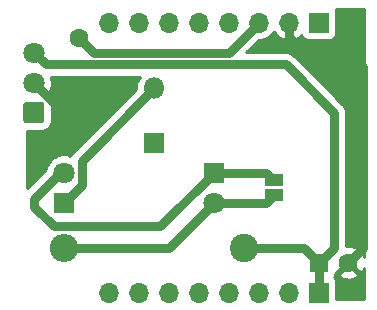
<source format=gbr>
%TF.GenerationSoftware,KiCad,Pcbnew,(5.1.7)-1*%
%TF.CreationDate,2020-12-03T17:13:14+01:00*%
%TF.ProjectId,RcOid,52634f69-642e-46b6-9963-61645f706362,1*%
%TF.SameCoordinates,Original*%
%TF.FileFunction,Copper,L1,Top*%
%TF.FilePolarity,Positive*%
%FSLAX46Y46*%
G04 Gerber Fmt 4.6, Leading zero omitted, Abs format (unit mm)*
G04 Created by KiCad (PCBNEW (5.1.7)-1) date 2020-12-03 17:13:14*
%MOMM*%
%LPD*%
G01*
G04 APERTURE LIST*
%TA.AperFunction,ComponentPad*%
%ADD10O,1.800000X1.800000*%
%TD*%
%TA.AperFunction,ComponentPad*%
%ADD11R,1.800000X1.800000*%
%TD*%
%TA.AperFunction,SMDPad,CuDef*%
%ADD12R,1.500000X1.000000*%
%TD*%
%TA.AperFunction,ComponentPad*%
%ADD13C,1.800000*%
%TD*%
%TA.AperFunction,ComponentPad*%
%ADD14R,1.600000X1.600000*%
%TD*%
%TA.AperFunction,ComponentPad*%
%ADD15C,1.600000*%
%TD*%
%TA.AperFunction,ComponentPad*%
%ADD16R,1.700000X1.700000*%
%TD*%
%TA.AperFunction,ComponentPad*%
%ADD17O,1.700000X1.700000*%
%TD*%
%TA.AperFunction,ComponentPad*%
%ADD18C,2.400000*%
%TD*%
%TA.AperFunction,ComponentPad*%
%ADD19O,2.400000X2.400000*%
%TD*%
%TA.AperFunction,ViaPad*%
%ADD20C,1.600000*%
%TD*%
%TA.AperFunction,Conductor*%
%ADD21C,0.800000*%
%TD*%
%TA.AperFunction,Conductor*%
%ADD22C,0.254000*%
%TD*%
%TA.AperFunction,Conductor*%
%ADD23C,0.100000*%
%TD*%
G04 APERTURE END LIST*
D10*
%TO.P,Q1,2*%
%TO.N,Net-(D1-Pad1)*%
X134620000Y-99560000D03*
D11*
%TO.P,Q1,1*%
%TO.N,Net-(J1-Pad4)*%
X134620000Y-104140000D03*
%TD*%
D12*
%TO.P,JP1,1*%
%TO.N,Net-(D2-Pad2)*%
X144780000Y-108600000D03*
%TO.P,JP1,2*%
%TO.N,Net-(D1-Pad2)*%
X144780000Y-107300000D03*
%TD*%
D13*
%TO.P,D2,2*%
%TO.N,Net-(D2-Pad2)*%
X139700000Y-109220000D03*
D11*
%TO.P,D2,1*%
%TO.N,Net-(D1-Pad2)*%
X139700000Y-106680000D03*
%TD*%
D13*
%TO.P,D1,2*%
%TO.N,Net-(D1-Pad2)*%
X127000000Y-106680000D03*
D11*
%TO.P,D1,1*%
%TO.N,Net-(D1-Pad1)*%
X127000000Y-109220000D03*
%TD*%
D14*
%TO.P,C1,1*%
%TO.N,+3V3*%
X148590000Y-114300000D03*
D15*
%TO.P,C1,2*%
%TO.N,GND*%
X151090000Y-114300000D03*
%TD*%
D16*
%TO.P,J1,1*%
%TO.N,Net-(J1-Pad1)*%
X148590000Y-93980000D03*
D17*
%TO.P,J1,2*%
%TO.N,GND*%
X146050000Y-93980000D03*
%TO.P,J1,3*%
%TO.N,Net-(J1-Pad3)*%
X143510000Y-93980000D03*
%TO.P,J1,4*%
%TO.N,Net-(J1-Pad4)*%
X140970000Y-93980000D03*
%TO.P,J1,5*%
%TO.N,Net-(J1-Pad5)*%
X138430000Y-93980000D03*
%TO.P,J1,6*%
%TO.N,Net-(J1-Pad6)*%
X135890000Y-93980000D03*
%TO.P,J1,7*%
%TO.N,Net-(J1-Pad7)*%
X133350000Y-93980000D03*
%TO.P,J1,8*%
%TO.N,Net-(J1-Pad8)*%
X130810000Y-93980000D03*
%TD*%
%TO.P,J2,8*%
%TO.N,Net-(J2-Pad8)*%
X130810000Y-116840000D03*
%TO.P,J2,7*%
%TO.N,Net-(J2-Pad7)*%
X133350000Y-116840000D03*
%TO.P,J2,6*%
%TO.N,Net-(J2-Pad6)*%
X135890000Y-116840000D03*
%TO.P,J2,5*%
%TO.N,Net-(J2-Pad5)*%
X138430000Y-116840000D03*
%TO.P,J2,4*%
%TO.N,Net-(J2-Pad4)*%
X140970000Y-116840000D03*
%TO.P,J2,3*%
%TO.N,Net-(J2-Pad3)*%
X143510000Y-116840000D03*
%TO.P,J2,2*%
%TO.N,Net-(J2-Pad2)*%
X146050000Y-116840000D03*
D16*
%TO.P,J2,1*%
%TO.N,+3V3*%
X148590000Y-116840000D03*
%TD*%
D18*
%TO.P,R1,1*%
%TO.N,+3V3*%
X142240000Y-113030000D03*
D19*
%TO.P,R1,2*%
%TO.N,Net-(D2-Pad2)*%
X127000000Y-113030000D03*
%TD*%
%TO.P,U1,1*%
%TO.N,Net-(J1-Pad3)*%
%TA.AperFunction,ComponentPad*%
G36*
G01*
X125109800Y-102500000D02*
X123810200Y-102500000D01*
G75*
G02*
X123560000Y-102249800I0J250200D01*
G01*
X123560000Y-100950200D01*
G75*
G02*
X123810200Y-100700000I250200J0D01*
G01*
X125109800Y-100700000D01*
G75*
G02*
X125360000Y-100950200I0J-250200D01*
G01*
X125360000Y-102249800D01*
G75*
G02*
X125109800Y-102500000I-250200J0D01*
G01*
G37*
%TD.AperFunction*%
D13*
%TO.P,U1,2*%
%TO.N,GND*%
X124460000Y-99060000D03*
%TO.P,U1,3*%
%TO.N,+3V3*%
X124460000Y-96520000D03*
%TD*%
D20*
%TO.N,GND*%
X128270000Y-102870000D03*
%TO.N,Net-(J1-Pad3)*%
X128270000Y-95250000D03*
%TD*%
D21*
%TO.N,+3V3*%
X147320000Y-113030000D02*
X148590000Y-114300000D01*
X142240000Y-113030000D02*
X147320000Y-113030000D01*
X148590000Y-114300000D02*
X148590000Y-116840000D01*
X149860000Y-113030000D02*
X148590000Y-114300000D01*
X145780010Y-97520010D02*
X149860000Y-101600000D01*
X125460010Y-97520010D02*
X145780010Y-97520010D01*
X149860000Y-101600000D02*
X149860000Y-113030000D01*
X124460000Y-96520000D02*
X125460010Y-97520010D01*
%TO.N,GND*%
X146050000Y-95182081D02*
X147387919Y-96520000D01*
X146050000Y-93980000D02*
X146050000Y-95182081D01*
X147387919Y-96520000D02*
X151130000Y-96520000D01*
X151130000Y-96520000D02*
X152360000Y-97750000D01*
X152360000Y-113030000D02*
X151090000Y-114300000D01*
X152360000Y-97750000D02*
X152360000Y-113030000D01*
X128270000Y-102870000D02*
X124460000Y-99060000D01*
%TO.N,Net-(D1-Pad1)*%
X127000000Y-109220000D02*
X127000000Y-108921248D01*
X128500001Y-105679999D02*
X134620000Y-99560000D01*
X128500001Y-107719999D02*
X128500001Y-105679999D01*
X127000000Y-109220000D02*
X128500001Y-107719999D01*
%TO.N,Net-(D1-Pad2)*%
X144160000Y-106680000D02*
X144780000Y-107300000D01*
X139700000Y-106680000D02*
X144160000Y-106680000D01*
X126129997Y-111229999D02*
X124460000Y-109560002D01*
X135150001Y-111229999D02*
X126129997Y-111229999D01*
X139700000Y-106680000D02*
X135150001Y-111229999D01*
X126659998Y-106680000D02*
X127000000Y-106680000D01*
X124460000Y-108879998D02*
X126659998Y-106680000D01*
X124460000Y-109560002D02*
X124460000Y-108879998D01*
%TO.N,Net-(J1-Pad3)*%
X143510000Y-93980000D02*
X140970000Y-96520000D01*
X140970000Y-96520000D02*
X129540000Y-96520000D01*
X129540000Y-96520000D02*
X128270000Y-95250000D01*
%TO.N,Net-(D2-Pad2)*%
X135890000Y-113030000D02*
X139700000Y-109220000D01*
X127000000Y-113030000D02*
X135890000Y-113030000D01*
X144160000Y-109220000D02*
X144780000Y-108600000D01*
X139700000Y-109220000D02*
X144160000Y-109220000D01*
%TD*%
D22*
%TO.N,GND*%
X152455000Y-113855392D02*
X152393603Y-113683708D01*
X152326671Y-113558486D01*
X152082702Y-113486903D01*
X151269605Y-114300000D01*
X152082702Y-115113097D01*
X152326671Y-115041514D01*
X152447571Y-114786004D01*
X152455000Y-114756366D01*
X152455000Y-117375000D01*
X150078072Y-117375000D01*
X150078072Y-115990000D01*
X150065812Y-115865518D01*
X150029502Y-115745820D01*
X149970537Y-115635506D01*
X149891185Y-115538815D01*
X149867374Y-115519274D01*
X149920537Y-115454494D01*
X149979502Y-115344180D01*
X149995117Y-115292702D01*
X150276903Y-115292702D01*
X150348486Y-115536671D01*
X150603996Y-115657571D01*
X150878184Y-115726300D01*
X151160512Y-115740217D01*
X151440130Y-115698787D01*
X151706292Y-115603603D01*
X151831514Y-115536671D01*
X151903097Y-115292702D01*
X151090000Y-114479605D01*
X150276903Y-115292702D01*
X149995117Y-115292702D01*
X150015812Y-115224482D01*
X150028072Y-115100000D01*
X150028072Y-115092785D01*
X150097298Y-115113097D01*
X150910395Y-114300000D01*
X150896253Y-114285858D01*
X151075858Y-114106253D01*
X151090000Y-114120395D01*
X151903097Y-113307298D01*
X151831514Y-113063329D01*
X151576004Y-112942429D01*
X151301816Y-112873700D01*
X151019488Y-112859783D01*
X150895000Y-112878228D01*
X150895000Y-101650827D01*
X150900006Y-101599999D01*
X150895000Y-101549171D01*
X150895000Y-101549162D01*
X150880024Y-101397105D01*
X150820841Y-101202007D01*
X150732115Y-101036011D01*
X150724734Y-101022202D01*
X150627803Y-100904092D01*
X150595396Y-100864604D01*
X150555908Y-100832197D01*
X146547817Y-96824107D01*
X146515406Y-96784614D01*
X146357807Y-96655276D01*
X146178003Y-96559169D01*
X145982905Y-96499986D01*
X145830848Y-96485010D01*
X145830838Y-96485010D01*
X145780010Y-96480004D01*
X145729182Y-96485010D01*
X142468700Y-96485010D01*
X143488711Y-95465000D01*
X143656260Y-95465000D01*
X143943158Y-95407932D01*
X144213411Y-95295990D01*
X144456632Y-95133475D01*
X144663475Y-94926632D01*
X144785195Y-94744466D01*
X144854822Y-94861355D01*
X145049731Y-95077588D01*
X145283080Y-95251641D01*
X145545901Y-95376825D01*
X145693110Y-95421476D01*
X145923000Y-95300155D01*
X145923000Y-94107000D01*
X145903000Y-94107000D01*
X145903000Y-93853000D01*
X145923000Y-93853000D01*
X145923000Y-93833000D01*
X146177000Y-93833000D01*
X146177000Y-93853000D01*
X146197000Y-93853000D01*
X146197000Y-94107000D01*
X146177000Y-94107000D01*
X146177000Y-95300155D01*
X146406890Y-95421476D01*
X146554099Y-95376825D01*
X146816920Y-95251641D01*
X147050269Y-95077588D01*
X147126034Y-94993534D01*
X147150498Y-95074180D01*
X147209463Y-95184494D01*
X147288815Y-95281185D01*
X147385506Y-95360537D01*
X147495820Y-95419502D01*
X147615518Y-95455812D01*
X147740000Y-95468072D01*
X149440000Y-95468072D01*
X149564482Y-95455812D01*
X149684180Y-95419502D01*
X149794494Y-95360537D01*
X149891185Y-95281185D01*
X149970537Y-95184494D01*
X150029502Y-95074180D01*
X150065812Y-94954482D01*
X150078072Y-94830000D01*
X150078072Y-93130000D01*
X150065812Y-93005518D01*
X150029502Y-92885820D01*
X150007683Y-92845001D01*
X152455001Y-92845001D01*
X152455000Y-113855392D01*
%TA.AperFunction,Conductor*%
D23*
G36*
X152455000Y-113855392D02*
G01*
X152393603Y-113683708D01*
X152326671Y-113558486D01*
X152082702Y-113486903D01*
X151269605Y-114300000D01*
X152082702Y-115113097D01*
X152326671Y-115041514D01*
X152447571Y-114786004D01*
X152455000Y-114756366D01*
X152455000Y-117375000D01*
X150078072Y-117375000D01*
X150078072Y-115990000D01*
X150065812Y-115865518D01*
X150029502Y-115745820D01*
X149970537Y-115635506D01*
X149891185Y-115538815D01*
X149867374Y-115519274D01*
X149920537Y-115454494D01*
X149979502Y-115344180D01*
X149995117Y-115292702D01*
X150276903Y-115292702D01*
X150348486Y-115536671D01*
X150603996Y-115657571D01*
X150878184Y-115726300D01*
X151160512Y-115740217D01*
X151440130Y-115698787D01*
X151706292Y-115603603D01*
X151831514Y-115536671D01*
X151903097Y-115292702D01*
X151090000Y-114479605D01*
X150276903Y-115292702D01*
X149995117Y-115292702D01*
X150015812Y-115224482D01*
X150028072Y-115100000D01*
X150028072Y-115092785D01*
X150097298Y-115113097D01*
X150910395Y-114300000D01*
X150896253Y-114285858D01*
X151075858Y-114106253D01*
X151090000Y-114120395D01*
X151903097Y-113307298D01*
X151831514Y-113063329D01*
X151576004Y-112942429D01*
X151301816Y-112873700D01*
X151019488Y-112859783D01*
X150895000Y-112878228D01*
X150895000Y-101650827D01*
X150900006Y-101599999D01*
X150895000Y-101549171D01*
X150895000Y-101549162D01*
X150880024Y-101397105D01*
X150820841Y-101202007D01*
X150732115Y-101036011D01*
X150724734Y-101022202D01*
X150627803Y-100904092D01*
X150595396Y-100864604D01*
X150555908Y-100832197D01*
X146547817Y-96824107D01*
X146515406Y-96784614D01*
X146357807Y-96655276D01*
X146178003Y-96559169D01*
X145982905Y-96499986D01*
X145830848Y-96485010D01*
X145830838Y-96485010D01*
X145780010Y-96480004D01*
X145729182Y-96485010D01*
X142468700Y-96485010D01*
X143488711Y-95465000D01*
X143656260Y-95465000D01*
X143943158Y-95407932D01*
X144213411Y-95295990D01*
X144456632Y-95133475D01*
X144663475Y-94926632D01*
X144785195Y-94744466D01*
X144854822Y-94861355D01*
X145049731Y-95077588D01*
X145283080Y-95251641D01*
X145545901Y-95376825D01*
X145693110Y-95421476D01*
X145923000Y-95300155D01*
X145923000Y-94107000D01*
X145903000Y-94107000D01*
X145903000Y-93853000D01*
X145923000Y-93853000D01*
X145923000Y-93833000D01*
X146177000Y-93833000D01*
X146177000Y-93853000D01*
X146197000Y-93853000D01*
X146197000Y-94107000D01*
X146177000Y-94107000D01*
X146177000Y-95300155D01*
X146406890Y-95421476D01*
X146554099Y-95376825D01*
X146816920Y-95251641D01*
X147050269Y-95077588D01*
X147126034Y-94993534D01*
X147150498Y-95074180D01*
X147209463Y-95184494D01*
X147288815Y-95281185D01*
X147385506Y-95360537D01*
X147495820Y-95419502D01*
X147615518Y-95455812D01*
X147740000Y-95468072D01*
X149440000Y-95468072D01*
X149564482Y-95455812D01*
X149684180Y-95419502D01*
X149794494Y-95360537D01*
X149891185Y-95281185D01*
X149970537Y-95184494D01*
X150029502Y-95074180D01*
X150065812Y-94954482D01*
X150078072Y-94830000D01*
X150078072Y-93130000D01*
X150065812Y-93005518D01*
X150029502Y-92885820D01*
X150007683Y-92845001D01*
X152455001Y-92845001D01*
X152455000Y-113855392D01*
G37*
%TD.AperFunction*%
D22*
X133427688Y-98581495D02*
X133259701Y-98832905D01*
X133143989Y-99112257D01*
X133085000Y-99408816D01*
X133085000Y-99631289D01*
X127804094Y-104912196D01*
X127764606Y-104944603D01*
X127732199Y-104984091D01*
X127732198Y-104984092D01*
X127635267Y-105102202D01*
X127556731Y-105249134D01*
X127447743Y-105203989D01*
X127151184Y-105145000D01*
X126848816Y-105145000D01*
X126552257Y-105203989D01*
X126272905Y-105319701D01*
X126021495Y-105487688D01*
X125807688Y-105701495D01*
X125639701Y-105952905D01*
X125523989Y-106232257D01*
X125494183Y-106382105D01*
X123925000Y-107951288D01*
X123925000Y-103138072D01*
X125109800Y-103138072D01*
X125283093Y-103121004D01*
X125449727Y-103070456D01*
X125603297Y-102988371D01*
X125737903Y-102877903D01*
X125848371Y-102743297D01*
X125930456Y-102589727D01*
X125981004Y-102423093D01*
X125998072Y-102249800D01*
X125998072Y-100950200D01*
X125981004Y-100776907D01*
X125930456Y-100610273D01*
X125848371Y-100456703D01*
X125737903Y-100322097D01*
X125603297Y-100211629D01*
X125449727Y-100129544D01*
X125306488Y-100086093D01*
X124460000Y-99239605D01*
X124445858Y-99253748D01*
X124266253Y-99074143D01*
X124280395Y-99060000D01*
X124266253Y-99045858D01*
X124445858Y-98866253D01*
X124460000Y-98880395D01*
X124474143Y-98866253D01*
X124653748Y-99045858D01*
X124639605Y-99060000D01*
X125524080Y-99944475D01*
X125778261Y-99860792D01*
X125909158Y-99588225D01*
X125984365Y-99295358D01*
X126000991Y-98993447D01*
X125958397Y-98694093D01*
X125909561Y-98555010D01*
X133454173Y-98555010D01*
X133427688Y-98581495D01*
%TA.AperFunction,Conductor*%
D23*
G36*
X133427688Y-98581495D02*
G01*
X133259701Y-98832905D01*
X133143989Y-99112257D01*
X133085000Y-99408816D01*
X133085000Y-99631289D01*
X127804094Y-104912196D01*
X127764606Y-104944603D01*
X127732199Y-104984091D01*
X127732198Y-104984092D01*
X127635267Y-105102202D01*
X127556731Y-105249134D01*
X127447743Y-105203989D01*
X127151184Y-105145000D01*
X126848816Y-105145000D01*
X126552257Y-105203989D01*
X126272905Y-105319701D01*
X126021495Y-105487688D01*
X125807688Y-105701495D01*
X125639701Y-105952905D01*
X125523989Y-106232257D01*
X125494183Y-106382105D01*
X123925000Y-107951288D01*
X123925000Y-103138072D01*
X125109800Y-103138072D01*
X125283093Y-103121004D01*
X125449727Y-103070456D01*
X125603297Y-102988371D01*
X125737903Y-102877903D01*
X125848371Y-102743297D01*
X125930456Y-102589727D01*
X125981004Y-102423093D01*
X125998072Y-102249800D01*
X125998072Y-100950200D01*
X125981004Y-100776907D01*
X125930456Y-100610273D01*
X125848371Y-100456703D01*
X125737903Y-100322097D01*
X125603297Y-100211629D01*
X125449727Y-100129544D01*
X125306488Y-100086093D01*
X124460000Y-99239605D01*
X124445858Y-99253748D01*
X124266253Y-99074143D01*
X124280395Y-99060000D01*
X124266253Y-99045858D01*
X124445858Y-98866253D01*
X124460000Y-98880395D01*
X124474143Y-98866253D01*
X124653748Y-99045858D01*
X124639605Y-99060000D01*
X125524080Y-99944475D01*
X125778261Y-99860792D01*
X125909158Y-99588225D01*
X125984365Y-99295358D01*
X126000991Y-98993447D01*
X125958397Y-98694093D01*
X125909561Y-98555010D01*
X133454173Y-98555010D01*
X133427688Y-98581495D01*
G37*
%TD.AperFunction*%
%TD*%
M02*

</source>
